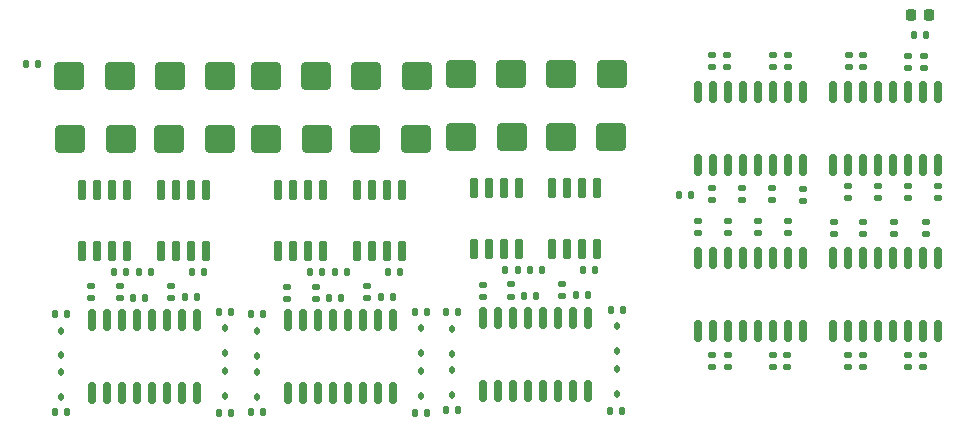
<source format=gbr>
%TF.GenerationSoftware,KiCad,Pcbnew,7.0.8-7.0.8~ubuntu22.04.1*%
%TF.CreationDate,2023-11-03T21:58:31+01:00*%
%TF.ProjectId,door_if4_usb,646f6f72-5f69-4663-945f-7573622e6b69,rev?*%
%TF.SameCoordinates,Original*%
%TF.FileFunction,Paste,Top*%
%TF.FilePolarity,Positive*%
%FSLAX46Y46*%
G04 Gerber Fmt 4.6, Leading zero omitted, Abs format (unit mm)*
G04 Created by KiCad (PCBNEW 7.0.8-7.0.8~ubuntu22.04.1) date 2023-11-03 21:58:31*
%MOMM*%
%LPD*%
G01*
G04 APERTURE LIST*
G04 Aperture macros list*
%AMRoundRect*
0 Rectangle with rounded corners*
0 $1 Rounding radius*
0 $2 $3 $4 $5 $6 $7 $8 $9 X,Y pos of 4 corners*
0 Add a 4 corners polygon primitive as box body*
4,1,4,$2,$3,$4,$5,$6,$7,$8,$9,$2,$3,0*
0 Add four circle primitives for the rounded corners*
1,1,$1+$1,$2,$3*
1,1,$1+$1,$4,$5*
1,1,$1+$1,$6,$7*
1,1,$1+$1,$8,$9*
0 Add four rect primitives between the rounded corners*
20,1,$1+$1,$2,$3,$4,$5,0*
20,1,$1+$1,$4,$5,$6,$7,0*
20,1,$1+$1,$6,$7,$8,$9,0*
20,1,$1+$1,$8,$9,$2,$3,0*%
G04 Aperture macros list end*
%ADD10RoundRect,0.112500X-0.112500X0.187500X-0.112500X-0.187500X0.112500X-0.187500X0.112500X0.187500X0*%
%ADD11RoundRect,0.250000X-1.000000X-0.900000X1.000000X-0.900000X1.000000X0.900000X-1.000000X0.900000X0*%
%ADD12RoundRect,0.135000X0.185000X-0.135000X0.185000X0.135000X-0.185000X0.135000X-0.185000X-0.135000X0*%
%ADD13RoundRect,0.135000X-0.135000X-0.185000X0.135000X-0.185000X0.135000X0.185000X-0.135000X0.185000X0*%
%ADD14RoundRect,0.135000X-0.185000X0.135000X-0.185000X-0.135000X0.185000X-0.135000X0.185000X0.135000X0*%
%ADD15RoundRect,0.162500X-0.162500X0.750000X-0.162500X-0.750000X0.162500X-0.750000X0.162500X0.750000X0*%
%ADD16RoundRect,0.250000X1.000000X0.900000X-1.000000X0.900000X-1.000000X-0.900000X1.000000X-0.900000X0*%
%ADD17RoundRect,0.135000X0.135000X0.185000X-0.135000X0.185000X-0.135000X-0.185000X0.135000X-0.185000X0*%
%ADD18RoundRect,0.150000X0.150000X-0.725000X0.150000X0.725000X-0.150000X0.725000X-0.150000X-0.725000X0*%
%ADD19RoundRect,0.218750X-0.218750X-0.256250X0.218750X-0.256250X0.218750X0.256250X-0.218750X0.256250X0*%
%ADD20RoundRect,0.112500X0.112500X-0.187500X0.112500X0.187500X-0.112500X0.187500X-0.112500X-0.187500X0*%
%ADD21RoundRect,0.162500X0.162500X-0.750000X0.162500X0.750000X-0.162500X0.750000X-0.162500X-0.750000X0*%
%ADD22RoundRect,0.140000X0.140000X0.170000X-0.140000X0.170000X-0.140000X-0.170000X0.140000X-0.170000X0*%
%ADD23RoundRect,0.140000X-0.140000X-0.170000X0.140000X-0.170000X0.140000X0.170000X-0.140000X0.170000X0*%
G04 APERTURE END LIST*
D10*
%TO.C,D2*%
X106300000Y-130450000D03*
X106300000Y-132550000D03*
%TD*%
D11*
%TO.C,D24*%
X73900000Y-110850000D03*
X78200000Y-110850000D03*
%TD*%
D12*
%TO.C,R8*%
X111300000Y-124210000D03*
X111300000Y-123190000D03*
%TD*%
D13*
%TO.C,R35*%
X72640000Y-125700000D03*
X73660000Y-125700000D03*
%TD*%
D14*
%TO.C,R51*%
X141100000Y-129140000D03*
X141100000Y-130160000D03*
%TD*%
D12*
%TO.C,R60*%
X129550000Y-104760000D03*
X129550000Y-103740000D03*
%TD*%
D11*
%TO.C,D7*%
X115500000Y-105400000D03*
X119800000Y-105400000D03*
%TD*%
D13*
%TO.C,R22*%
X89265000Y-134025000D03*
X90285000Y-134025000D03*
%TD*%
D15*
%TO.C,U3*%
X147445000Y-113087500D03*
X146175000Y-113087500D03*
X144905000Y-113087500D03*
X143635000Y-113087500D03*
X142365000Y-113087500D03*
X141095000Y-113087500D03*
X139825000Y-113087500D03*
X138555000Y-113087500D03*
X138555000Y-106912500D03*
X139825000Y-106912500D03*
X141095000Y-106912500D03*
X142365000Y-106912500D03*
X143635000Y-106912500D03*
X144905000Y-106912500D03*
X146175000Y-106912500D03*
X147445000Y-106912500D03*
%TD*%
D12*
%TO.C,R38*%
X75700000Y-124370000D03*
X75700000Y-123350000D03*
%TD*%
D16*
%TO.C,D22*%
X86600000Y-110850000D03*
X82300000Y-110850000D03*
%TD*%
D12*
%TO.C,R21*%
X139850000Y-104810000D03*
X139850000Y-103790000D03*
%TD*%
D16*
%TO.C,D9*%
X111300000Y-105400000D03*
X107000000Y-105400000D03*
%TD*%
D11*
%TO.C,D16*%
X90525000Y-110875000D03*
X94825000Y-110875000D03*
%TD*%
D17*
%TO.C,R39*%
X80760000Y-122150000D03*
X79740000Y-122150000D03*
%TD*%
D12*
%TO.C,R54*%
X136000000Y-116110000D03*
X136000000Y-115090000D03*
%TD*%
D17*
%TO.C,R37*%
X87520000Y-134050000D03*
X86500000Y-134050000D03*
%TD*%
D12*
%TO.C,R17*%
X139800000Y-115910000D03*
X139800000Y-114890000D03*
%TD*%
%TO.C,R55*%
X133350000Y-116060000D03*
X133350000Y-115040000D03*
%TD*%
D18*
%TO.C,Q4*%
X91570000Y-120350000D03*
X92840000Y-120350000D03*
X94110000Y-120350000D03*
X95380000Y-120350000D03*
X95380000Y-115200000D03*
X94110000Y-115200000D03*
X92840000Y-115200000D03*
X91570000Y-115200000D03*
%TD*%
D12*
%TO.C,R20*%
X141100000Y-104810000D03*
X141100000Y-103790000D03*
%TD*%
D17*
%TO.C,R5*%
X120670000Y-133900000D03*
X119650000Y-133900000D03*
%TD*%
D19*
%TO.C,D1*%
X145112500Y-100400000D03*
X146687500Y-100400000D03*
%TD*%
D17*
%TO.C,R10*%
X113410000Y-124150000D03*
X112390000Y-124150000D03*
%TD*%
D12*
%TO.C,R59*%
X133400000Y-104810000D03*
X133400000Y-103790000D03*
%TD*%
%TO.C,R29*%
X99075000Y-124335000D03*
X99075000Y-123315000D03*
%TD*%
D14*
%TO.C,R49*%
X146400000Y-117890000D03*
X146400000Y-118910000D03*
%TD*%
%TO.C,R66*%
X128300000Y-129190000D03*
X128300000Y-130210000D03*
%TD*%
D17*
%TO.C,R4*%
X120710000Y-125350000D03*
X119690000Y-125350000D03*
%TD*%
D14*
%TO.C,R52*%
X144900000Y-129140000D03*
X144900000Y-130160000D03*
%TD*%
D18*
%TO.C,Q6*%
X74945000Y-120325000D03*
X76215000Y-120325000D03*
X77485000Y-120325000D03*
X78755000Y-120325000D03*
X78755000Y-115175000D03*
X77485000Y-115175000D03*
X76215000Y-115175000D03*
X74945000Y-115175000D03*
%TD*%
D14*
%TO.C,R64*%
X132150000Y-117790000D03*
X132150000Y-118810000D03*
%TD*%
D13*
%TO.C,R2*%
X105790000Y-133850000D03*
X106810000Y-133850000D03*
%TD*%
D12*
%TO.C,R9*%
X115600000Y-124160000D03*
X115600000Y-123140000D03*
%TD*%
D17*
%TO.C,R45*%
X78660000Y-122150000D03*
X77640000Y-122150000D03*
%TD*%
%TO.C,R7*%
X113910000Y-122000000D03*
X112890000Y-122000000D03*
%TD*%
D10*
%TO.C,D10*%
X89775000Y-130625000D03*
X89775000Y-132725000D03*
%TD*%
D13*
%TO.C,R31*%
X100265000Y-124275000D03*
X101285000Y-124275000D03*
%TD*%
D12*
%TO.C,R56*%
X130850000Y-116060000D03*
X130850000Y-115040000D03*
%TD*%
D18*
%TO.C,Q1*%
X114745000Y-120175000D03*
X116015000Y-120175000D03*
X117285000Y-120175000D03*
X118555000Y-120175000D03*
X118555000Y-115025000D03*
X117285000Y-115025000D03*
X116015000Y-115025000D03*
X114745000Y-115025000D03*
%TD*%
D14*
%TO.C,R47*%
X141100000Y-117890000D03*
X141100000Y-118910000D03*
%TD*%
D16*
%TO.C,D25*%
X78150000Y-105550000D03*
X73850000Y-105550000D03*
%TD*%
D17*
%TO.C,R12*%
X118410000Y-122000000D03*
X117390000Y-122000000D03*
%TD*%
D18*
%TO.C,Q5*%
X81595000Y-120325000D03*
X82865000Y-120325000D03*
X84135000Y-120325000D03*
X85405000Y-120325000D03*
X85405000Y-115175000D03*
X84135000Y-115175000D03*
X82865000Y-115175000D03*
X81595000Y-115175000D03*
%TD*%
D13*
%TO.C,R11*%
X116790000Y-124100000D03*
X117810000Y-124100000D03*
%TD*%
D20*
%TO.C,D12*%
X103675000Y-128975000D03*
X103675000Y-126875000D03*
%TD*%
D17*
%TO.C,R25*%
X104145000Y-134075000D03*
X103125000Y-134075000D03*
%TD*%
D10*
%TO.C,D18*%
X73150000Y-130600000D03*
X73150000Y-132700000D03*
%TD*%
D20*
%TO.C,D20*%
X87050000Y-128950000D03*
X87050000Y-126850000D03*
%TD*%
D17*
%TO.C,R13*%
X111810000Y-122000000D03*
X110790000Y-122000000D03*
%TD*%
D12*
%TO.C,R18*%
X146200000Y-104860000D03*
X146200000Y-103840000D03*
%TD*%
D15*
%TO.C,U7*%
X135945000Y-113087500D03*
X134675000Y-113087500D03*
X133405000Y-113087500D03*
X132135000Y-113087500D03*
X130865000Y-113087500D03*
X129595000Y-113087500D03*
X128325000Y-113087500D03*
X127055000Y-113087500D03*
X127055000Y-106912500D03*
X128325000Y-106912500D03*
X129595000Y-106912500D03*
X130865000Y-106912500D03*
X132135000Y-106912500D03*
X133405000Y-106912500D03*
X134675000Y-106912500D03*
X135945000Y-106912500D03*
%TD*%
D17*
%TO.C,R30*%
X96885000Y-124325000D03*
X95865000Y-124325000D03*
%TD*%
D12*
%TO.C,R16*%
X142300000Y-115910000D03*
X142300000Y-114890000D03*
%TD*%
%TO.C,R26*%
X92325000Y-124395000D03*
X92325000Y-123375000D03*
%TD*%
D17*
%TO.C,R27*%
X97385000Y-122175000D03*
X96365000Y-122175000D03*
%TD*%
D14*
%TO.C,R46*%
X138600000Y-117890000D03*
X138600000Y-118910000D03*
%TD*%
D17*
%TO.C,R24*%
X104185000Y-125525000D03*
X103165000Y-125525000D03*
%TD*%
D10*
%TO.C,D3*%
X106300000Y-126950000D03*
X106300000Y-129050000D03*
%TD*%
D12*
%TO.C,R57*%
X128300000Y-116060000D03*
X128300000Y-115040000D03*
%TD*%
D14*
%TO.C,R63*%
X129600000Y-117790000D03*
X129600000Y-118810000D03*
%TD*%
D11*
%TO.C,D8*%
X107050000Y-110700000D03*
X111350000Y-110700000D03*
%TD*%
%TO.C,D23*%
X82350000Y-105550000D03*
X86650000Y-105550000D03*
%TD*%
D17*
%TO.C,R42*%
X80260000Y-124300000D03*
X79240000Y-124300000D03*
%TD*%
D16*
%TO.C,D17*%
X94775000Y-105575000D03*
X90475000Y-105575000D03*
%TD*%
D14*
%TO.C,R67*%
X129600000Y-129190000D03*
X129600000Y-130210000D03*
%TD*%
D20*
%TO.C,D5*%
X120200000Y-132450000D03*
X120200000Y-130350000D03*
%TD*%
D17*
%TO.C,R36*%
X87560000Y-125500000D03*
X86540000Y-125500000D03*
%TD*%
D21*
%TO.C,U8*%
X127055000Y-120912500D03*
X128325000Y-120912500D03*
X129595000Y-120912500D03*
X130865000Y-120912500D03*
X132135000Y-120912500D03*
X133405000Y-120912500D03*
X134675000Y-120912500D03*
X135945000Y-120912500D03*
X135945000Y-127087500D03*
X134675000Y-127087500D03*
X133405000Y-127087500D03*
X132135000Y-127087500D03*
X130865000Y-127087500D03*
X129595000Y-127087500D03*
X128325000Y-127087500D03*
X127055000Y-127087500D03*
%TD*%
D13*
%TO.C,R23*%
X89265000Y-125725000D03*
X90285000Y-125725000D03*
%TD*%
D18*
%TO.C,Q2*%
X108095000Y-120175000D03*
X109365000Y-120175000D03*
X110635000Y-120175000D03*
X111905000Y-120175000D03*
X111905000Y-115025000D03*
X110635000Y-115025000D03*
X109365000Y-115025000D03*
X108095000Y-115025000D03*
%TD*%
D21*
%TO.C,U4*%
X92380000Y-132412500D03*
X93650000Y-132412500D03*
X94920000Y-132412500D03*
X96190000Y-132412500D03*
X97460000Y-132412500D03*
X98730000Y-132412500D03*
X100000000Y-132412500D03*
X101270000Y-132412500D03*
X101270000Y-126237500D03*
X100000000Y-126237500D03*
X98730000Y-126237500D03*
X97460000Y-126237500D03*
X96190000Y-126237500D03*
X94920000Y-126237500D03*
X93650000Y-126237500D03*
X92380000Y-126237500D03*
%TD*%
D14*
%TO.C,R68*%
X133400000Y-129140000D03*
X133400000Y-130160000D03*
%TD*%
D21*
%TO.C,U2*%
X108905000Y-132237500D03*
X110175000Y-132237500D03*
X111445000Y-132237500D03*
X112715000Y-132237500D03*
X113985000Y-132237500D03*
X115255000Y-132237500D03*
X116525000Y-132237500D03*
X117795000Y-132237500D03*
X117795000Y-126062500D03*
X116525000Y-126062500D03*
X115255000Y-126062500D03*
X113985000Y-126062500D03*
X112715000Y-126062500D03*
X111445000Y-126062500D03*
X110175000Y-126062500D03*
X108905000Y-126062500D03*
%TD*%
D13*
%TO.C,R3*%
X105790000Y-125550000D03*
X106810000Y-125550000D03*
%TD*%
D16*
%TO.C,D14*%
X103225000Y-110875000D03*
X98925000Y-110875000D03*
%TD*%
D20*
%TO.C,D13*%
X103675000Y-132625000D03*
X103675000Y-130525000D03*
%TD*%
D14*
%TO.C,R69*%
X134650000Y-129140000D03*
X134650000Y-130160000D03*
%TD*%
D18*
%TO.C,Q3*%
X98220000Y-120350000D03*
X99490000Y-120350000D03*
X100760000Y-120350000D03*
X102030000Y-120350000D03*
X102030000Y-115200000D03*
X100760000Y-115200000D03*
X99490000Y-115200000D03*
X98220000Y-115200000D03*
%TD*%
D12*
%TO.C,R15*%
X144900000Y-115910000D03*
X144900000Y-114890000D03*
%TD*%
D11*
%TO.C,D15*%
X98975000Y-105575000D03*
X103275000Y-105575000D03*
%TD*%
D14*
%TO.C,R53*%
X146150000Y-129140000D03*
X146150000Y-130160000D03*
%TD*%
D12*
%TO.C,R19*%
X144900000Y-104860000D03*
X144900000Y-103840000D03*
%TD*%
D20*
%TO.C,D21*%
X87050000Y-132600000D03*
X87050000Y-130500000D03*
%TD*%
D22*
%TO.C,C2*%
X126480000Y-115600000D03*
X125520000Y-115600000D03*
%TD*%
D17*
%TO.C,R33*%
X95285000Y-122175000D03*
X94265000Y-122175000D03*
%TD*%
%TO.C,R44*%
X85260000Y-122150000D03*
X84240000Y-122150000D03*
%TD*%
D10*
%TO.C,D19*%
X73150000Y-127100000D03*
X73150000Y-129200000D03*
%TD*%
D12*
%TO.C,R61*%
X128300000Y-104760000D03*
X128300000Y-103740000D03*
%TD*%
D17*
%TO.C,R32*%
X101885000Y-122175000D03*
X100865000Y-122175000D03*
%TD*%
D12*
%TO.C,R41*%
X82450000Y-124310000D03*
X82450000Y-123290000D03*
%TD*%
D14*
%TO.C,R50*%
X139800000Y-129140000D03*
X139800000Y-130160000D03*
%TD*%
D17*
%TO.C,R1*%
X146410000Y-102100000D03*
X145390000Y-102100000D03*
%TD*%
D12*
%TO.C,R6*%
X108850000Y-124220000D03*
X108850000Y-123200000D03*
%TD*%
D14*
%TO.C,R48*%
X143650000Y-117890000D03*
X143650000Y-118910000D03*
%TD*%
D12*
%TO.C,R14*%
X147400000Y-115910000D03*
X147400000Y-114890000D03*
%TD*%
D16*
%TO.C,D6*%
X119750000Y-110700000D03*
X115450000Y-110700000D03*
%TD*%
D13*
%TO.C,R34*%
X72640000Y-134000000D03*
X73660000Y-134000000D03*
%TD*%
D14*
%TO.C,R62*%
X127050000Y-117790000D03*
X127050000Y-118810000D03*
%TD*%
D20*
%TO.C,D4*%
X120200000Y-128800000D03*
X120200000Y-126700000D03*
%TD*%
D23*
%TO.C,C1*%
X70220000Y-104500000D03*
X71180000Y-104500000D03*
%TD*%
D12*
%TO.C,R28*%
X94775000Y-124385000D03*
X94775000Y-123365000D03*
%TD*%
D14*
%TO.C,R65*%
X134700000Y-117790000D03*
X134700000Y-118810000D03*
%TD*%
D12*
%TO.C,R58*%
X134700000Y-104810000D03*
X134700000Y-103790000D03*
%TD*%
D21*
%TO.C,U6*%
X138555000Y-120912500D03*
X139825000Y-120912500D03*
X141095000Y-120912500D03*
X142365000Y-120912500D03*
X143635000Y-120912500D03*
X144905000Y-120912500D03*
X146175000Y-120912500D03*
X147445000Y-120912500D03*
X147445000Y-127087500D03*
X146175000Y-127087500D03*
X144905000Y-127087500D03*
X143635000Y-127087500D03*
X142365000Y-127087500D03*
X141095000Y-127087500D03*
X139825000Y-127087500D03*
X138555000Y-127087500D03*
%TD*%
D12*
%TO.C,R40*%
X78150000Y-124360000D03*
X78150000Y-123340000D03*
%TD*%
D13*
%TO.C,R43*%
X83640000Y-124250000D03*
X84660000Y-124250000D03*
%TD*%
D10*
%TO.C,D11*%
X89775000Y-127125000D03*
X89775000Y-129225000D03*
%TD*%
D21*
%TO.C,U5*%
X75755000Y-132387500D03*
X77025000Y-132387500D03*
X78295000Y-132387500D03*
X79565000Y-132387500D03*
X80835000Y-132387500D03*
X82105000Y-132387500D03*
X83375000Y-132387500D03*
X84645000Y-132387500D03*
X84645000Y-126212500D03*
X83375000Y-126212500D03*
X82105000Y-126212500D03*
X80835000Y-126212500D03*
X79565000Y-126212500D03*
X78295000Y-126212500D03*
X77025000Y-126212500D03*
X75755000Y-126212500D03*
%TD*%
M02*

</source>
